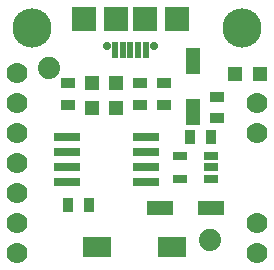
<source format=gts>
G75*
%MOIN*%
%OFA0B0*%
%FSLAX24Y24*%
%IPPOS*%
%LPD*%
%AMOC8*
5,1,8,0,0,1.08239X$1,22.5*
%
%ADD10R,0.0910X0.0280*%
%ADD11R,0.0512X0.0355*%
%ADD12R,0.0460X0.0900*%
%ADD13R,0.0355X0.0512*%
%ADD14R,0.0512X0.0512*%
%ADD15R,0.0512X0.0257*%
%ADD16C,0.1306*%
%ADD17R,0.0946X0.0670*%
%ADD18R,0.0197X0.0571*%
%ADD19R,0.0788X0.0788*%
%ADD20C,0.0276*%
%ADD21C,0.0700*%
%ADD22R,0.0900X0.0460*%
%ADD23C,0.0740*%
D10*
X002944Y003623D03*
X002944Y004123D03*
X002944Y004623D03*
X002944Y005123D03*
X005594Y005123D03*
X005594Y004623D03*
X005594Y004123D03*
X005594Y003623D03*
D11*
X007943Y005733D03*
X007943Y006441D03*
X006180Y006188D03*
X006180Y006896D03*
X005380Y006896D03*
X005380Y006188D03*
X002980Y006188D03*
X002980Y006896D03*
D12*
X007131Y007653D03*
X007131Y005953D03*
D13*
X007038Y005116D03*
X007747Y005116D03*
X003673Y002856D03*
X002965Y002856D03*
D14*
X003790Y006079D03*
X004580Y006069D03*
X004580Y006895D03*
X003790Y006905D03*
X008546Y007223D03*
X009373Y007223D03*
D15*
X007742Y004475D03*
X007742Y004101D03*
X007742Y003727D03*
X006718Y003727D03*
X006718Y004475D03*
D16*
X008780Y008742D03*
X001780Y008742D03*
D17*
X003950Y001452D03*
X006430Y001452D03*
D18*
X005573Y008008D03*
X005317Y008008D03*
X005061Y008008D03*
X004805Y008008D03*
X004549Y008008D03*
D19*
X004589Y009061D03*
X005533Y009061D03*
X006616Y009061D03*
X003506Y009061D03*
D20*
X004274Y008156D03*
X005848Y008156D03*
D21*
X001280Y001242D03*
X001280Y002242D03*
X001280Y003242D03*
X001280Y004242D03*
X001280Y005242D03*
X001280Y006242D03*
X001280Y007242D03*
X009280Y006242D03*
X009280Y005242D03*
X009280Y002242D03*
X009280Y001242D03*
D22*
X007730Y002742D03*
X006030Y002742D03*
D23*
X007720Y001662D03*
X002350Y007422D03*
M02*

</source>
